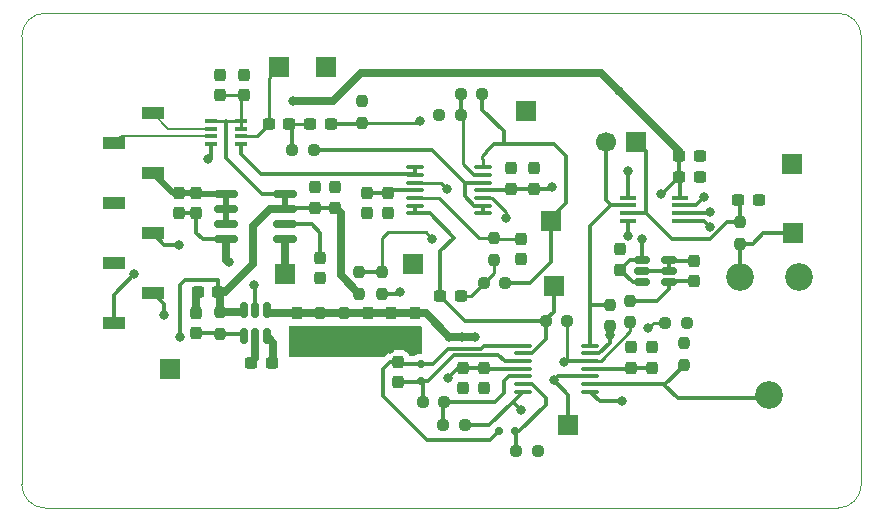
<source format=gbr>
%TF.GenerationSoftware,KiCad,Pcbnew,9.0.4*%
%TF.CreationDate,2025-12-09T22:31:03-05:00*%
%TF.ProjectId,EMG_BCI_PCB,454d475f-4243-4495-9f50-43422e6b6963,rev?*%
%TF.SameCoordinates,Original*%
%TF.FileFunction,Copper,L1,Top*%
%TF.FilePolarity,Positive*%
%FSLAX46Y46*%
G04 Gerber Fmt 4.6, Leading zero omitted, Abs format (unit mm)*
G04 Created by KiCad (PCBNEW 9.0.4) date 2025-12-09 22:31:03*
%MOMM*%
%LPD*%
G01*
G04 APERTURE LIST*
G04 Aperture macros list*
%AMRoundRect*
0 Rectangle with rounded corners*
0 $1 Rounding radius*
0 $2 $3 $4 $5 $6 $7 $8 $9 X,Y pos of 4 corners*
0 Add a 4 corners polygon primitive as box body*
4,1,4,$2,$3,$4,$5,$6,$7,$8,$9,$2,$3,0*
0 Add four circle primitives for the rounded corners*
1,1,$1+$1,$2,$3*
1,1,$1+$1,$4,$5*
1,1,$1+$1,$6,$7*
1,1,$1+$1,$8,$9*
0 Add four rect primitives between the rounded corners*
20,1,$1+$1,$2,$3,$4,$5,0*
20,1,$1+$1,$4,$5,$6,$7,0*
20,1,$1+$1,$6,$7,$8,$9,0*
20,1,$1+$1,$8,$9,$2,$3,0*%
G04 Aperture macros list end*
%TA.AperFunction,ComponentPad*%
%ADD10R,1.700000X1.700000*%
%TD*%
%TA.AperFunction,SMDPad,CuDef*%
%ADD11RoundRect,0.237500X-0.250000X-0.237500X0.250000X-0.237500X0.250000X0.237500X-0.250000X0.237500X0*%
%TD*%
%TA.AperFunction,SMDPad,CuDef*%
%ADD12RoundRect,0.100000X-0.637500X-0.100000X0.637500X-0.100000X0.637500X0.100000X-0.637500X0.100000X0*%
%TD*%
%TA.AperFunction,SMDPad,CuDef*%
%ADD13RoundRect,0.237500X0.237500X-0.300000X0.237500X0.300000X-0.237500X0.300000X-0.237500X-0.300000X0*%
%TD*%
%TA.AperFunction,SMDPad,CuDef*%
%ADD14RoundRect,0.237500X0.250000X0.237500X-0.250000X0.237500X-0.250000X-0.237500X0.250000X-0.237500X0*%
%TD*%
%TA.AperFunction,SMDPad,CuDef*%
%ADD15RoundRect,0.237500X-0.237500X0.300000X-0.237500X-0.300000X0.237500X-0.300000X0.237500X0.300000X0*%
%TD*%
%TA.AperFunction,SMDPad,CuDef*%
%ADD16RoundRect,0.237500X0.300000X0.237500X-0.300000X0.237500X-0.300000X-0.237500X0.300000X-0.237500X0*%
%TD*%
%TA.AperFunction,SMDPad,CuDef*%
%ADD17RoundRect,0.150000X-0.150000X-0.200000X0.150000X-0.200000X0.150000X0.200000X-0.150000X0.200000X0*%
%TD*%
%TA.AperFunction,SMDPad,CuDef*%
%ADD18RoundRect,0.237500X-0.237500X0.250000X-0.237500X-0.250000X0.237500X-0.250000X0.237500X0.250000X0*%
%TD*%
%TA.AperFunction,SMDPad,CuDef*%
%ADD19R,1.050000X0.450000*%
%TD*%
%TA.AperFunction,SMDPad,CuDef*%
%ADD20RoundRect,0.100000X0.637500X0.100000X-0.637500X0.100000X-0.637500X-0.100000X0.637500X-0.100000X0*%
%TD*%
%TA.AperFunction,SMDPad,CuDef*%
%ADD21RoundRect,0.150000X0.200000X-0.150000X0.200000X0.150000X-0.200000X0.150000X-0.200000X-0.150000X0*%
%TD*%
%TA.AperFunction,SMDPad,CuDef*%
%ADD22RoundRect,0.237500X0.237500X-0.250000X0.237500X0.250000X-0.237500X0.250000X-0.237500X-0.250000X0*%
%TD*%
%TA.AperFunction,SMDPad,CuDef*%
%ADD23RoundRect,0.237500X-0.300000X-0.237500X0.300000X-0.237500X0.300000X0.237500X-0.300000X0.237500X0*%
%TD*%
%TA.AperFunction,ComponentPad*%
%ADD24C,1.700000*%
%TD*%
%TA.AperFunction,SMDPad,CuDef*%
%ADD25R,1.900000X1.000000*%
%TD*%
%TA.AperFunction,SMDPad,CuDef*%
%ADD26RoundRect,0.150000X-0.150000X0.512500X-0.150000X-0.512500X0.150000X-0.512500X0.150000X0.512500X0*%
%TD*%
%TA.AperFunction,SMDPad,CuDef*%
%ADD27RoundRect,0.150000X0.512500X0.150000X-0.512500X0.150000X-0.512500X-0.150000X0.512500X-0.150000X0*%
%TD*%
%TA.AperFunction,ComponentPad*%
%ADD28C,2.340000*%
%TD*%
%TA.AperFunction,SMDPad,CuDef*%
%ADD29R,1.450000X0.450000*%
%TD*%
%TA.AperFunction,SMDPad,CuDef*%
%ADD30RoundRect,0.150000X-0.825000X-0.150000X0.825000X-0.150000X0.825000X0.150000X-0.825000X0.150000X0*%
%TD*%
%TA.AperFunction,ViaPad*%
%ADD31C,0.800000*%
%TD*%
%TA.AperFunction,Conductor*%
%ADD32C,0.300000*%
%TD*%
%TA.AperFunction,Conductor*%
%ADD33C,0.250000*%
%TD*%
%TA.AperFunction,Conductor*%
%ADD34C,0.700000*%
%TD*%
%TA.AperFunction,Conductor*%
%ADD35C,0.500000*%
%TD*%
%TA.AperFunction,Conductor*%
%ADD36C,0.200000*%
%TD*%
%TA.AperFunction,Profile*%
%ADD37C,0.100000*%
%TD*%
G04 APERTURE END LIST*
D10*
%TO.P,TP8,1,1*%
%TO.N,Earth*%
X123350000Y-101650000D03*
%TD*%
D11*
%TO.P,R7,1*%
%TO.N,Net-(U3D--)*%
X144687500Y-106600000D03*
%TO.P,R7,2*%
%TO.N,Earth*%
X146512500Y-106600000D03*
%TD*%
D12*
%TO.P,U3,1*%
%TO.N,Net-(D3-K)*%
X132637500Y-108550000D03*
%TO.P,U3,2,-*%
%TO.N,/EMG_FrontEnd/LP_OUT*%
X132637500Y-109200000D03*
%TO.P,U3,3,+*%
%TO.N,Net-(D3-A)*%
X132637500Y-109850000D03*
%TO.P,U3,4,V+*%
%TO.N,+3.3V*%
X132637500Y-110500000D03*
%TO.P,U3,5,+*%
%TO.N,Net-(U3B-+)*%
X132637500Y-111150000D03*
%TO.P,U3,6,-*%
%TO.N,Net-(D4-K)*%
X132637500Y-111800000D03*
%TO.P,U3,7*%
%TO.N,Net-(U3C-+)*%
X132637500Y-112450000D03*
%TO.P,U3,8*%
%TO.N,Net-(R17-Pad2)*%
X138362500Y-112450000D03*
%TO.P,U3,9,-*%
%TO.N,Net-(U3C--)*%
X138362500Y-111800000D03*
%TO.P,U3,10,+*%
%TO.N,Net-(U3C-+)*%
X138362500Y-111150000D03*
%TO.P,U3,11,V-*%
%TO.N,-3V3*%
X138362500Y-110500000D03*
%TO.P,U3,12,+*%
%TO.N,Net-(U3D-+)*%
X138362500Y-109850000D03*
%TO.P,U3,13,-*%
%TO.N,Net-(U3D--)*%
X138362500Y-109200000D03*
%TO.P,U3,14*%
%TO.N,/EMG_ADC/AdcCh0*%
X138362500Y-108550000D03*
%TD*%
D13*
%TO.P,C4,1*%
%TO.N,+3.3V*%
X115000000Y-96862500D03*
%TO.P,C4,2*%
%TO.N,Earth*%
X115000000Y-95137500D03*
%TD*%
D14*
%TO.P,R16,1*%
%TO.N,Net-(U3C-+)*%
X127718750Y-115306250D03*
%TO.P,R16,2*%
%TO.N,Net-(U3B-+)*%
X125893750Y-115306250D03*
%TD*%
D15*
%TO.P,C15,1*%
%TO.N,Earth*%
X131612500Y-93537500D03*
%TO.P,C15,2*%
%TO.N,+3.3V*%
X131612500Y-95262500D03*
%TD*%
D13*
%TO.P,C26,1*%
%TO.N,Net-(U7-EN)*%
X105000000Y-107500000D03*
%TO.P,C26,2*%
%TO.N,Earth*%
X105000000Y-105775000D03*
%TD*%
D16*
%TO.P,C29,1*%
%TO.N,+3.3V*%
X106862500Y-104000000D03*
%TO.P,C29,2*%
%TO.N,Earth*%
X105137500Y-104000000D03*
%TD*%
D17*
%TO.P,D4,1,K*%
%TO.N,Net-(D4-K)*%
X132006250Y-115806250D03*
%TO.P,D4,2,A*%
%TO.N,Net-(D3-K)*%
X130606250Y-115806250D03*
%TD*%
D10*
%TO.P,TP6,1,1*%
%TO.N,Net-(U5-PWRGD)*%
X112500000Y-102500000D03*
%TD*%
D15*
%TO.P,C30,1*%
%TO.N,-3V3*%
X113500000Y-105775000D03*
%TO.P,C30,2*%
%TO.N,Earth*%
X113500000Y-107500000D03*
%TD*%
D18*
%TO.P,R21,1*%
%TO.N,+3.3V*%
X107000000Y-105725000D03*
%TO.P,R21,2*%
%TO.N,Net-(U7-EN)*%
X107000000Y-107550000D03*
%TD*%
D19*
%TO.P,U1,1,GS*%
%TO.N,+3.3V*%
X106200000Y-89525000D03*
%TO.P,U1,2,IN-*%
%TO.N,/EMG_FrontEnd/Electrode-*%
X106200000Y-90175000D03*
%TO.P,U1,3,IN+*%
%TO.N,/EMG_FrontEnd/Electrode+*%
X106200000Y-90825000D03*
%TO.P,U1,4,Vs-*%
%TO.N,Earth*%
X106200000Y-91475000D03*
%TO.P,U1,5,Ref*%
%TO.N,Net-(U1-Ref)*%
X108800000Y-91475000D03*
%TO.P,U1,6*%
%TO.N,Net-(C9-Pad2)*%
X108800000Y-90825000D03*
%TO.P,U1,7,Vs+*%
%TO.N,+3.3V*%
X108800000Y-90175000D03*
%TO.P,U1,8,~{SD}*%
X108800000Y-89525000D03*
%TD*%
D20*
%TO.P,U2,1*%
%TO.N,Net-(U2A--)*%
X129225000Y-97350000D03*
%TO.P,U2,2,-*%
X129225000Y-96700000D03*
%TO.P,U2,3,+*%
%TO.N,Net-(U2A-+)*%
X129225000Y-96050000D03*
%TO.P,U2,4,V+*%
%TO.N,+3.3V*%
X129225000Y-95400000D03*
%TO.P,U2,5,+*%
%TO.N,Net-(U2A--)*%
X129225000Y-94750000D03*
%TO.P,U2,6,-*%
%TO.N,Net-(U2B--)*%
X129225000Y-94100000D03*
%TO.P,U2,7*%
%TO.N,Net-(R1-Pad2)*%
X129225000Y-93450000D03*
%TO.P,U2,8*%
%TO.N,Net-(U1-Ref)*%
X123500000Y-93450000D03*
%TO.P,U2,9,-*%
X123500000Y-94100000D03*
%TO.P,U2,10,+*%
%TO.N,Net-(U2C-+)*%
X123500000Y-94750000D03*
%TO.P,U2,11,V-*%
%TO.N,-3V3*%
X123500000Y-95400000D03*
%TO.P,U2,12,+*%
%TO.N,Net-(U2D-+)*%
X123500000Y-96050000D03*
%TO.P,U2,13,-*%
%TO.N,/EMG_FrontEnd/LP_OUT*%
X123500000Y-96700000D03*
%TO.P,U2,14*%
X123500000Y-97350000D03*
%TD*%
D14*
%TO.P,R11,1*%
%TO.N,Net-(U2A--)*%
X114912500Y-92000000D03*
%TO.P,R11,2*%
%TO.N,Net-(C10-Pad2)*%
X113087500Y-92000000D03*
%TD*%
D15*
%TO.P,C32,1*%
%TO.N,-3V3*%
X119500000Y-105831250D03*
%TO.P,C32,2*%
%TO.N,Earth*%
X119500000Y-107556250D03*
%TD*%
D14*
%TO.P,R4,1*%
%TO.N,Net-(U3D-+)*%
X136412500Y-106500000D03*
%TO.P,R4,2*%
%TO.N,/EMG_FrontEnd/LP_OUT*%
X134587500Y-106500000D03*
%TD*%
D21*
%TO.P,D3,1,K*%
%TO.N,Net-(D3-K)*%
X124056250Y-110106250D03*
%TO.P,D3,2,A*%
%TO.N,Net-(D3-A)*%
X124056250Y-111506250D03*
%TD*%
D10*
%TO.P,TP3,1,1*%
%TO.N,Net-(U3C-+)*%
X136500000Y-115250000D03*
%TD*%
D15*
%TO.P,C25,1*%
%TO.N,/Power/Vin+*%
X103500000Y-95637500D03*
%TO.P,C25,2*%
%TO.N,Earth*%
X103500000Y-97362500D03*
%TD*%
D10*
%TO.P,TP1,1,1*%
%TO.N,/EMG_FrontEnd/LP_OUT*%
X135250000Y-103500000D03*
%TD*%
D22*
%TO.P,R13,1*%
%TO.N,Net-(U3C--)*%
X146250000Y-110162500D03*
%TO.P,R13,2*%
%TO.N,Earth*%
X146250000Y-108337500D03*
%TD*%
D10*
%TO.P,TP2,1,1*%
%TO.N,Net-(R1-Pad2)*%
X135000000Y-98000000D03*
%TD*%
D18*
%TO.P,R17,1*%
%TO.N,/EMG_ADC/AdcCh1*%
X151000000Y-98087500D03*
%TO.P,R17,2*%
%TO.N,Net-(R17-Pad2)*%
X151000000Y-99912500D03*
%TD*%
D23*
%TO.P,C18,1*%
%TO.N,/EMG_ADC/AdcCh1*%
X150887500Y-96250000D03*
%TO.P,C18,2*%
%TO.N,Earth*%
X152612500Y-96250000D03*
%TD*%
D16*
%TO.P,C10,1*%
%TO.N,Net-(U2A-+)*%
X116362500Y-89800000D03*
%TO.P,C10,2*%
%TO.N,Net-(C10-Pad2)*%
X114637500Y-89800000D03*
%TD*%
D10*
%TO.P,J2,1,Pin_1*%
%TO.N,/EMG_ADC/AdcCh1*%
X142250000Y-91275000D03*
D24*
%TO.P,J2,2,Pin_2*%
%TO.N,/EMG_ADC/AdcCh0*%
X139710000Y-91275000D03*
%TD*%
D10*
%TO.P,TP10,1,1*%
%TO.N,Earth*%
X155400000Y-93200000D03*
%TD*%
D25*
%TO.P,J1,1,Pin_1*%
%TO.N,/EMG_FrontEnd/Electrode-*%
X101300000Y-88880000D03*
%TO.P,J1,2,Pin_2*%
%TO.N,/EMG_FrontEnd/Electrode+*%
X98000000Y-91420000D03*
%TO.P,J1,3,Pin_3*%
%TO.N,/Power/Vin+*%
X101300000Y-93960000D03*
%TO.P,J1,4,Pin_4*%
%TO.N,Earth*%
X98000000Y-96500000D03*
%TO.P,J1,5,Pin_5*%
%TO.N,/SPI_CLK*%
X101300000Y-99040000D03*
%TO.P,J1,6,Pin_6*%
%TO.N,/SPI_DIN*%
X98000000Y-101580000D03*
%TO.P,J1,7,Pin_7*%
%TO.N,/SPI_DOUT*%
X101300000Y-104120000D03*
%TO.P,J1,8,Pin_8*%
%TO.N,/SPI_CS*%
X98000000Y-106660000D03*
%TD*%
D15*
%TO.P,C2,1*%
%TO.N,Net-(U5-Cdelay)*%
X115500000Y-101137500D03*
%TO.P,C2,2*%
%TO.N,Earth*%
X115500000Y-102862500D03*
%TD*%
D11*
%TO.P,R1,1*%
%TO.N,Net-(U2B--)*%
X127387500Y-87250000D03*
%TO.P,R1,2*%
%TO.N,Net-(R1-Pad2)*%
X129212500Y-87250000D03*
%TD*%
D13*
%TO.P,C11,1*%
%TO.N,Earth*%
X132468750Y-101225000D03*
%TO.P,C11,2*%
%TO.N,Net-(U2D-+)*%
X132468750Y-99500000D03*
%TD*%
%TO.P,C16,1*%
%TO.N,Earth*%
X121218750Y-97362500D03*
%TO.P,C16,2*%
%TO.N,-3V3*%
X121218750Y-95637500D03*
%TD*%
D18*
%TO.P,R3,1*%
%TO.N,Net-(U2C-+)*%
X120750000Y-102337500D03*
%TO.P,R3,2*%
%TO.N,Earth*%
X120750000Y-104162500D03*
%TD*%
D13*
%TO.P,C22,1*%
%TO.N,-3V3*%
X143556250Y-110418750D03*
%TO.P,C22,2*%
%TO.N,Earth*%
X143556250Y-108693750D03*
%TD*%
D23*
%TO.P,C23,1*%
%TO.N,+3.3V*%
X145887500Y-94250000D03*
%TO.P,C23,2*%
%TO.N,Earth*%
X147612500Y-94250000D03*
%TD*%
D18*
%TO.P,R9,1*%
%TO.N,Net-(U2D-+)*%
X130218750Y-99450000D03*
%TO.P,R9,2*%
%TO.N,Net-(C12-Pad1)*%
X130218750Y-101275000D03*
%TD*%
D15*
%TO.P,C7,1*%
%TO.N,Earth*%
X147112500Y-101387500D03*
%TO.P,C7,2*%
%TO.N,Net-(U8-OUT)*%
X147112500Y-103112500D03*
%TD*%
D10*
%TO.P,TP9,1,1*%
%TO.N,Earth*%
X132900000Y-88700000D03*
%TD*%
%TO.P,TP4,1,1*%
%TO.N,Net-(R17-Pad2)*%
X155500000Y-99000000D03*
%TD*%
D18*
%TO.P,R24,1*%
%TO.N,-3V3*%
X115500000Y-105781250D03*
%TO.P,R24,2*%
%TO.N,Earth*%
X115500000Y-107606250D03*
%TD*%
D14*
%TO.P,R15,1*%
%TO.N,Earth*%
X133912500Y-117500000D03*
%TO.P,R15,2*%
%TO.N,Net-(D4-K)*%
X132087500Y-117500000D03*
%TD*%
D18*
%TO.P,R5,1*%
%TO.N,/EMG_ADC/AdcCh0*%
X140000000Y-105087500D03*
%TO.P,R5,2*%
%TO.N,Net-(U3D--)*%
X140000000Y-106912500D03*
%TD*%
D26*
%TO.P,U7,1,VOUT*%
%TO.N,-3V3*%
X110950000Y-105500000D03*
%TO.P,U7,2,GND*%
%TO.N,Earth*%
X110000000Y-105500000D03*
%TO.P,U7,3,VIN*%
%TO.N,+3.3V*%
X109050000Y-105500000D03*
%TO.P,U7,4,EN*%
%TO.N,Net-(U7-EN)*%
X109050000Y-107775000D03*
%TO.P,U7,5,C1+*%
%TO.N,Net-(U7-C1+)*%
X110000000Y-107775000D03*
%TO.P,U7,6,C1-*%
%TO.N,Net-(U7-C1-)*%
X110950000Y-107775000D03*
%TD*%
D15*
%TO.P,C6,1*%
%TO.N,Earth*%
X109000000Y-85637500D03*
%TO.P,C6,2*%
%TO.N,+3.3V*%
X109000000Y-87362500D03*
%TD*%
D14*
%TO.P,R14,1*%
%TO.N,Net-(U3B-+)*%
X125968750Y-113306250D03*
%TO.P,R14,2*%
%TO.N,Net-(D3-A)*%
X124143750Y-113306250D03*
%TD*%
D15*
%TO.P,C37,1*%
%TO.N,-3V3*%
X121500000Y-105831250D03*
%TO.P,C37,2*%
%TO.N,Earth*%
X121500000Y-107556250D03*
%TD*%
D27*
%TO.P,U8,1,OUT*%
%TO.N,Net-(U8-OUT)*%
X145000000Y-103200000D03*
%TO.P,U8,2,GND*%
%TO.N,Earth*%
X145000000Y-102250000D03*
%TO.P,U8,3,GND*%
X145000000Y-101300000D03*
%TO.P,U8,4,~{SHDN}*%
%TO.N,+3.3V*%
X142725000Y-101300000D03*
%TO.P,U8,5,GND*%
%TO.N,Earth*%
X142725000Y-102250000D03*
%TO.P,U8,6,VDD*%
%TO.N,+3.3V*%
X142725000Y-103200000D03*
%TD*%
D10*
%TO.P,TP5,1,1*%
%TO.N,Net-(C9-Pad2)*%
X112000000Y-85000000D03*
%TD*%
D15*
%TO.P,C21,1*%
%TO.N,+3.3V*%
X129306250Y-110443750D03*
%TO.P,C21,2*%
%TO.N,Earth*%
X129306250Y-112168750D03*
%TD*%
D10*
%TO.P,TP7,1,1*%
%TO.N,Earth*%
X116000000Y-85000000D03*
%TD*%
D15*
%TO.P,C8,1*%
%TO.N,Earth*%
X107000000Y-85637500D03*
%TO.P,C8,2*%
%TO.N,+3.3V*%
X107000000Y-87362500D03*
%TD*%
D16*
%TO.P,C9,1*%
%TO.N,Net-(C10-Pad2)*%
X112862500Y-89800000D03*
%TO.P,C9,2*%
%TO.N,Net-(C9-Pad2)*%
X111137500Y-89800000D03*
%TD*%
D23*
%TO.P,C24,1*%
%TO.N,+3.3V*%
X145887500Y-92500000D03*
%TO.P,C24,2*%
%TO.N,Earth*%
X147612500Y-92500000D03*
%TD*%
D14*
%TO.P,R12,1*%
%TO.N,Net-(U2B--)*%
X127381250Y-89000000D03*
%TO.P,R12,2*%
%TO.N,Earth*%
X125556250Y-89000000D03*
%TD*%
D15*
%TO.P,C36,1*%
%TO.N,-3V3*%
X123500000Y-105831250D03*
%TO.P,C36,2*%
%TO.N,Earth*%
X123500000Y-107556250D03*
%TD*%
%TO.P,C13,1*%
%TO.N,Earth*%
X133612500Y-93537500D03*
%TO.P,C13,2*%
%TO.N,+3.3V*%
X133612500Y-95262500D03*
%TD*%
%TO.P,C1,1*%
%TO.N,/Power/Vin+*%
X105000000Y-95637500D03*
%TO.P,C1,2*%
%TO.N,Earth*%
X105000000Y-97362500D03*
%TD*%
D13*
%TO.P,C17,1*%
%TO.N,Net-(D3-A)*%
X122056250Y-111668750D03*
%TO.P,C17,2*%
%TO.N,Net-(D3-K)*%
X122056250Y-109943750D03*
%TD*%
D28*
%TO.P,RV1,1,1*%
%TO.N,Net-(R17-Pad2)*%
X151000000Y-102750000D03*
%TO.P,RV1,2,2*%
%TO.N,Net-(U3C--)*%
X153500000Y-112750000D03*
%TO.P,RV1,3,3*%
%TO.N,unconnected-(RV1-Pad3)*%
X156000000Y-102750000D03*
%TD*%
D11*
%TO.P,R8,1*%
%TO.N,Net-(C12-Pad1)*%
X129337500Y-103250000D03*
%TO.P,R8,2*%
%TO.N,Net-(R1-Pad2)*%
X131162500Y-103250000D03*
%TD*%
D10*
%TO.P,TP11,1,1*%
%TO.N,Earth*%
X102750000Y-110500000D03*
%TD*%
D18*
%TO.P,R25,1*%
%TO.N,-3V3*%
X117500000Y-105781250D03*
%TO.P,R25,2*%
%TO.N,Earth*%
X117500000Y-107606250D03*
%TD*%
D29*
%TO.P,U9,1,~{CS}/SHDN*%
%TO.N,/SPI_CS*%
X141550000Y-96025000D03*
%TO.P,U9,2,CH0*%
%TO.N,/EMG_ADC/AdcCh0*%
X141550000Y-96675000D03*
%TO.P,U9,3,CH1*%
%TO.N,/EMG_ADC/AdcCh1*%
X141550000Y-97325000D03*
%TO.P,U9,4,VSS*%
%TO.N,Earth*%
X141550000Y-97975000D03*
%TO.P,U9,5,DIN*%
%TO.N,/SPI_DIN*%
X145950000Y-97975000D03*
%TO.P,U9,6,DOUT*%
%TO.N,/SPI_DOUT*%
X145950000Y-97325000D03*
%TO.P,U9,7,CLK*%
%TO.N,/SPI_CLK*%
X145950000Y-96675000D03*
%TO.P,U9,8,VDD/VREF*%
%TO.N,+3.3V*%
X145950000Y-96025000D03*
%TD*%
D13*
%TO.P,C20,1*%
%TO.N,-3V3*%
X141806250Y-110418750D03*
%TO.P,C20,2*%
%TO.N,Earth*%
X141806250Y-108693750D03*
%TD*%
D22*
%TO.P,R2,1*%
%TO.N,+3.3V*%
X118750000Y-104162500D03*
%TO.P,R2,2*%
%TO.N,Net-(U2C-+)*%
X118750000Y-102337500D03*
%TD*%
D15*
%TO.P,C5,1*%
%TO.N,Earth*%
X140862500Y-100387500D03*
%TO.P,C5,2*%
%TO.N,+3.3V*%
X140862500Y-102112500D03*
%TD*%
D30*
%TO.P,U5,1,Vin*%
%TO.N,/Power/Vin+*%
X107525000Y-95730000D03*
%TO.P,U5,2,Vin*%
X107525000Y-97000000D03*
%TO.P,U5,3,~{SHDN}*%
X107525000Y-98270000D03*
%TO.P,U5,4,GND*%
%TO.N,Earth*%
X107525000Y-99540000D03*
%TO.P,U5,5,PWRGD*%
%TO.N,Net-(U5-PWRGD)*%
X112475000Y-99540000D03*
%TO.P,U5,6,Cdelay*%
%TO.N,Net-(U5-Cdelay)*%
X112475000Y-98270000D03*
%TO.P,U5,7,Sense*%
%TO.N,+3.3V*%
X112475000Y-97000000D03*
%TO.P,U5,8,Vout*%
X112475000Y-95730000D03*
%TD*%
D15*
%TO.P,C19,1*%
%TO.N,+3.3V*%
X127556250Y-110443750D03*
%TO.P,C19,2*%
%TO.N,Earth*%
X127556250Y-112168750D03*
%TD*%
D13*
%TO.P,C3,1*%
%TO.N,+3.3V*%
X116750000Y-96862500D03*
%TO.P,C3,2*%
%TO.N,Earth*%
X116750000Y-95137500D03*
%TD*%
D22*
%TO.P,R10,1*%
%TO.N,Net-(U2A-+)*%
X119000000Y-89662500D03*
%TO.P,R10,2*%
%TO.N,Earth*%
X119000000Y-87837500D03*
%TD*%
D13*
%TO.P,C14,1*%
%TO.N,Earth*%
X119468750Y-97362500D03*
%TO.P,C14,2*%
%TO.N,-3V3*%
X119468750Y-95637500D03*
%TD*%
D16*
%TO.P,C12,1*%
%TO.N,Net-(C12-Pad1)*%
X127362500Y-104350000D03*
%TO.P,C12,2*%
%TO.N,/EMG_FrontEnd/LP_OUT*%
X125637500Y-104350000D03*
%TD*%
D22*
%TO.P,R6,1*%
%TO.N,Net-(U3D-+)*%
X141700000Y-106562500D03*
%TO.P,R6,2*%
%TO.N,Net-(U8-OUT)*%
X141700000Y-104737500D03*
%TD*%
D23*
%TO.P,C27,1*%
%TO.N,Net-(U7-C1+)*%
X109637500Y-110000000D03*
%TO.P,C27,2*%
%TO.N,Net-(U7-C1-)*%
X111362500Y-110000000D03*
%TD*%
D31*
%TO.N,Net-(U3D--)*%
X143200000Y-107100000D03*
X140000000Y-107650000D03*
%TO.N,Earth*%
X146512500Y-106600000D03*
X133912500Y-117500000D03*
X109900000Y-103400000D03*
X123600000Y-108800000D03*
X121218750Y-97362500D03*
X107750000Y-101500000D03*
X147612500Y-94250000D03*
X141500000Y-99250000D03*
X113500000Y-108800000D03*
%TO.N,Net-(U3D-+)*%
X136100000Y-109900000D03*
%TO.N,Earth*%
X131612500Y-93537500D03*
X147612500Y-92500000D03*
X115000000Y-95137500D03*
X127556250Y-112168750D03*
X125556250Y-89000000D03*
X141806250Y-108693750D03*
X140862500Y-100387500D03*
X115500000Y-108800000D03*
X133612500Y-93537500D03*
X129306250Y-112168750D03*
X107000000Y-85637500D03*
X109000000Y-85637500D03*
X106000000Y-92750000D03*
X122200000Y-104000000D03*
X105137500Y-104000000D03*
X119468750Y-97362500D03*
X143556250Y-108693750D03*
X132500000Y-101200000D03*
X121400000Y-108800000D03*
X119000000Y-87837500D03*
X98000000Y-96500000D03*
X116750000Y-95137500D03*
X119500000Y-108800000D03*
X152612500Y-96250000D03*
X117500000Y-108800000D03*
X115500000Y-102862500D03*
X146250000Y-108337500D03*
X147112500Y-101387500D03*
%TO.N,+3.3V*%
X135100000Y-95100000D03*
X103600000Y-107800000D03*
X142700000Y-99500000D03*
X126300000Y-111300000D03*
X140738500Y-86961500D03*
X113200000Y-87800000D03*
X109000000Y-87362500D03*
X144300000Y-95700000D03*
%TO.N,Net-(U2A-+)*%
X131218750Y-97750000D03*
X123968750Y-89500000D03*
%TO.N,-3V3*%
X128600000Y-107800000D03*
X141800000Y-110400000D03*
X143600000Y-110400000D03*
X127500000Y-107800000D03*
X121218750Y-95637500D03*
X126400000Y-107800000D03*
%TO.N,/SPI_CLK*%
X103500000Y-100000000D03*
X148000000Y-96000000D03*
%TO.N,/SPI_CS*%
X141500000Y-93800000D03*
X99750000Y-102500000D03*
%TO.N,/SPI_DOUT*%
X102250000Y-106000000D03*
X148500000Y-97250000D03*
%TO.N,/SPI_DIN*%
X148469669Y-98469669D03*
X98000000Y-101580000D03*
%TO.N,Net-(U2C-+)*%
X124968750Y-99500000D03*
X126218750Y-95250000D03*
%TO.N,Net-(U3C-+)*%
X132500000Y-114000000D03*
X135250000Y-111500000D03*
%TO.N,Net-(R17-Pad2)*%
X141000000Y-113250000D03*
%TD*%
D32*
%TO.N,/SPI_CS*%
X141500000Y-93800000D02*
X141500000Y-94750000D01*
X141550000Y-94800000D02*
X141550000Y-96025000D01*
X141500000Y-94750000D02*
X141550000Y-94800000D01*
D33*
%TO.N,Net-(C12-Pad1)*%
X128237500Y-104350000D02*
X129337500Y-103250000D01*
X127362500Y-104350000D02*
X128237500Y-104350000D01*
%TO.N,Net-(U2C-+)*%
X121200000Y-98950000D02*
X120750000Y-99400000D01*
X120750000Y-99400000D02*
X120750000Y-102337500D01*
X124418750Y-98950000D02*
X121200000Y-98950000D01*
X124968750Y-99500000D02*
X124418750Y-98950000D01*
%TO.N,Net-(U3D--)*%
X143700000Y-106600000D02*
X143200000Y-107100000D01*
X144687500Y-106600000D02*
X143700000Y-106600000D01*
D32*
X140000000Y-107650000D02*
X140000000Y-108299999D01*
%TO.N,Net-(U8-OUT)*%
X145000000Y-103750000D02*
X144012500Y-104737500D01*
X144012500Y-104737500D02*
X141700000Y-104737500D01*
X145000000Y-103200000D02*
X145000000Y-103750000D01*
D33*
%TO.N,Net-(U3D-+)*%
X139250000Y-109850000D02*
X138362500Y-109850000D01*
X141750000Y-107350000D02*
X139250000Y-109850000D01*
X141750000Y-106912500D02*
X141750000Y-107350000D01*
D32*
%TO.N,Net-(U3D--)*%
X140000000Y-108299999D02*
X139099999Y-109200000D01*
X140000000Y-106912500D02*
X140000000Y-107650000D01*
D33*
%TO.N,Net-(U3D-+)*%
X136412500Y-109587500D02*
X136100000Y-109900000D01*
X136412500Y-106500000D02*
X136412500Y-109587500D01*
D32*
%TO.N,Earth*%
X132475000Y-101225000D02*
X132500000Y-101200000D01*
X106200000Y-92550000D02*
X106000000Y-92750000D01*
X132468750Y-101225000D02*
X132475000Y-101225000D01*
X145087500Y-101387500D02*
X145000000Y-101300000D01*
D34*
X105000000Y-104137500D02*
X105137500Y-104000000D01*
D32*
X106200000Y-91475000D02*
X106200000Y-92550000D01*
X141500000Y-98025000D02*
X141550000Y-97975000D01*
X145000000Y-102250000D02*
X145000000Y-101300000D01*
X142725000Y-102250000D02*
X145000000Y-102250000D01*
D34*
X107525000Y-101275000D02*
X107750000Y-101500000D01*
D32*
%TO.N,Net-(U3D-+)*%
X138362500Y-109850000D02*
X136150000Y-109850000D01*
%TO.N,Earth*%
X105000000Y-97362500D02*
X103500000Y-97362500D01*
X110000000Y-105500000D02*
X110000000Y-103500000D01*
%TO.N,Net-(U3D-+)*%
X136150000Y-109850000D02*
X136100000Y-109900000D01*
%TO.N,Earth*%
X141500000Y-99250000D02*
X141500000Y-98025000D01*
D34*
X107525000Y-99540000D02*
X107525000Y-101275000D01*
D32*
X122037500Y-104162500D02*
X122200000Y-104000000D01*
X107525000Y-99540000D02*
X105540000Y-99540000D01*
X147112500Y-101387500D02*
X145087500Y-101387500D01*
X120750000Y-104162500D02*
X122037500Y-104162500D01*
X110000000Y-103500000D02*
X109900000Y-103400000D01*
X105540000Y-99540000D02*
X105000000Y-99000000D01*
X105000000Y-99000000D02*
X105000000Y-97362500D01*
D34*
X105000000Y-105775000D02*
X105000000Y-104137500D01*
D32*
%TO.N,Net-(U5-Cdelay)*%
X115500000Y-101137500D02*
X115500000Y-99000000D01*
X115500000Y-99000000D02*
X114750000Y-98250000D01*
X114750000Y-98250000D02*
X114730000Y-98270000D01*
X114730000Y-98270000D02*
X112475000Y-98270000D01*
D35*
%TO.N,+3.3V*%
X112475000Y-97000000D02*
X112475000Y-95730000D01*
D32*
X115000000Y-96862500D02*
X112612500Y-96862500D01*
X133612500Y-95262500D02*
X134937500Y-95262500D01*
X110530000Y-95730000D02*
X107500000Y-92700000D01*
X134937500Y-95262500D02*
X135100000Y-95100000D01*
D34*
X108825000Y-105725000D02*
X109050000Y-105500000D01*
X107400000Y-104000000D02*
X106862500Y-104000000D01*
D32*
X142725000Y-99525000D02*
X142700000Y-99500000D01*
X103600000Y-103400000D02*
X104000000Y-103000000D01*
X132637500Y-110500000D02*
X129362500Y-110500000D01*
D33*
X107500000Y-89525000D02*
X108800000Y-89525000D01*
D32*
X112612500Y-96862500D02*
X112475000Y-97000000D01*
X140862500Y-102112500D02*
X141950000Y-103200000D01*
D34*
X112475000Y-97000000D02*
X111200000Y-97000000D01*
D32*
X144300000Y-95700000D02*
X144437500Y-95700000D01*
D34*
X109800000Y-98400000D02*
X109800000Y-101600000D01*
X116750000Y-96862500D02*
X117200000Y-97312500D01*
X119800000Y-85500000D02*
X118900000Y-85500000D01*
X107000000Y-105725000D02*
X108825000Y-105725000D01*
D32*
X141675000Y-101300000D02*
X140862500Y-102112500D01*
X141950000Y-103200000D02*
X142725000Y-103200000D01*
D34*
X111200000Y-97000000D02*
X109800000Y-98400000D01*
D33*
X108800000Y-87562500D02*
X109000000Y-87362500D01*
D32*
X142725000Y-101300000D02*
X142725000Y-99525000D01*
D33*
X108800000Y-90175000D02*
X108800000Y-89525000D01*
D34*
X145887500Y-92500000D02*
X145887500Y-92110500D01*
D32*
X145950000Y-96025000D02*
X145950000Y-94312500D01*
X104000000Y-103000000D02*
X106825000Y-103000000D01*
D34*
X107000000Y-104137500D02*
X106862500Y-104000000D01*
D32*
X106825000Y-103000000D02*
X106862500Y-103037500D01*
X145950000Y-94312500D02*
X145887500Y-94250000D01*
D33*
X106200000Y-89525000D02*
X107500000Y-89525000D01*
D34*
X117200000Y-97312500D02*
X117200000Y-102612500D01*
D32*
X116750000Y-96862500D02*
X115000000Y-96862500D01*
X131612500Y-95262500D02*
X133612500Y-95262500D01*
D33*
X109000000Y-87362500D02*
X107000000Y-87362500D01*
D34*
X116600000Y-87800000D02*
X113200000Y-87800000D01*
X145887500Y-92110500D02*
X140738500Y-86961500D01*
D32*
X129225000Y-95400000D02*
X131475000Y-95400000D01*
X145887500Y-94250000D02*
X145887500Y-92500000D01*
D34*
X107000000Y-105725000D02*
X107000000Y-104137500D01*
X109800000Y-101600000D02*
X107400000Y-104000000D01*
D32*
X129362500Y-110500000D02*
X129306250Y-110443750D01*
X106862500Y-103037500D02*
X106862500Y-104000000D01*
X131475000Y-95400000D02*
X131612500Y-95262500D01*
X127156250Y-110443750D02*
X126300000Y-111300000D01*
X142725000Y-101300000D02*
X141675000Y-101300000D01*
D34*
X117200000Y-102612500D02*
X118750000Y-104162500D01*
X139277000Y-85500000D02*
X119800000Y-85500000D01*
D32*
X107500000Y-92700000D02*
X107500000Y-89525000D01*
D34*
X118900000Y-85500000D02*
X116600000Y-87800000D01*
D32*
X103600000Y-107800000D02*
X103600000Y-103400000D01*
X144437500Y-95700000D02*
X145887500Y-94250000D01*
X129306250Y-110443750D02*
X127556250Y-110443750D01*
D33*
X108800000Y-89525000D02*
X108800000Y-87562500D01*
D32*
X112475000Y-95730000D02*
X110530000Y-95730000D01*
D34*
X140738500Y-86961500D02*
X139277000Y-85500000D01*
D32*
X127556250Y-110443750D02*
X127156250Y-110443750D01*
%TO.N,Net-(C10-Pad2)*%
X113087500Y-90025000D02*
X112862500Y-89800000D01*
X113087500Y-92000000D02*
X113087500Y-90025000D01*
D33*
X114637500Y-89800000D02*
X112862500Y-89800000D01*
%TO.N,Net-(C9-Pad2)*%
X110112500Y-90825000D02*
X111137500Y-89800000D01*
X108800000Y-90825000D02*
X110112500Y-90825000D01*
X111137500Y-89800000D02*
X111137500Y-85862500D01*
X111137500Y-85862500D02*
X112000000Y-85000000D01*
D32*
%TO.N,Net-(U8-OUT)*%
X147112500Y-103112500D02*
X145087500Y-103112500D01*
X145087500Y-103112500D02*
X145000000Y-103200000D01*
D33*
%TO.N,Net-(U2A-+)*%
X131218750Y-97250000D02*
X131218750Y-97750000D01*
X129225000Y-96050000D02*
X130018750Y-96050000D01*
D32*
X116362500Y-89800000D02*
X118862500Y-89800000D01*
D33*
X123806250Y-89662500D02*
X119000000Y-89662500D01*
X130018750Y-96050000D02*
X131218750Y-97250000D01*
X123968750Y-89500000D02*
X123806250Y-89662500D01*
X123968750Y-89500000D02*
X123892750Y-89424000D01*
D32*
X118862500Y-89800000D02*
X119000000Y-89662500D01*
D33*
%TO.N,Net-(U2D-+)*%
X125518750Y-96050000D02*
X128918750Y-99450000D01*
X125518750Y-96050000D02*
X123500000Y-96050000D01*
X130268750Y-99500000D02*
X130218750Y-99450000D01*
X128918750Y-99450000D02*
X130218750Y-99450000D01*
X132468750Y-99500000D02*
X130268750Y-99500000D01*
%TO.N,Net-(C12-Pad1)*%
X130331250Y-101387500D02*
X130218750Y-101275000D01*
X130218750Y-102368750D02*
X129337500Y-103250000D01*
X130218750Y-101275000D02*
X130218750Y-102368750D01*
D32*
%TO.N,/EMG_FrontEnd/LP_OUT*%
X134587500Y-106500000D02*
X127750000Y-106500000D01*
X125637500Y-100562500D02*
X126800000Y-99400000D01*
X134587500Y-106500000D02*
X134587500Y-106337500D01*
X133374999Y-109200000D02*
X132637500Y-109200000D01*
X134587500Y-106500000D02*
X134587500Y-107987499D01*
X134587500Y-107987499D02*
X133374999Y-109200000D01*
X134587500Y-106337500D02*
X135250000Y-105675000D01*
X125637500Y-104387500D02*
X125637500Y-103250000D01*
X127750000Y-106500000D02*
X125637500Y-104387500D01*
X125637500Y-103250000D02*
X125637500Y-100562500D01*
X135250000Y-105675000D02*
X135250000Y-103500000D01*
X124750000Y-97350000D02*
X123500000Y-97350000D01*
X123500000Y-96700000D02*
X123500000Y-97350000D01*
X126800000Y-99400000D02*
X124750000Y-97350000D01*
%TO.N,-3V3*%
X141725000Y-110500000D02*
X141806250Y-110418750D01*
X121218750Y-95637500D02*
X119468750Y-95637500D01*
D34*
X127500000Y-107800000D02*
X128600000Y-107800000D01*
D32*
X138362500Y-110500000D02*
X141725000Y-110500000D01*
D34*
X111225000Y-105775000D02*
X110950000Y-105500000D01*
D32*
X121456250Y-95400000D02*
X121218750Y-95637500D01*
D34*
X124431250Y-105831250D02*
X126400000Y-107800000D01*
X123500000Y-105831250D02*
X113556250Y-105831250D01*
D32*
X123500000Y-95400000D02*
X121456250Y-95400000D01*
D34*
X123500000Y-105831250D02*
X124431250Y-105831250D01*
X113500000Y-105775000D02*
X111225000Y-105775000D01*
X113556250Y-105831250D02*
X113500000Y-105775000D01*
D32*
X141806250Y-110418750D02*
X143556250Y-110418750D01*
D34*
X126400000Y-107800000D02*
X127500000Y-107800000D01*
D32*
%TO.N,Net-(D3-A)*%
X123893750Y-111668750D02*
X124056250Y-111506250D01*
X124143750Y-111593750D02*
X124056250Y-111506250D01*
X132637500Y-109850000D02*
X131100000Y-109850000D01*
X122056250Y-111668750D02*
X123893750Y-111668750D01*
X126806250Y-109306250D02*
X124606250Y-111506250D01*
X130556250Y-109306250D02*
X126806250Y-109306250D01*
X124143750Y-113306250D02*
X124143750Y-111593750D01*
X131100000Y-109850000D02*
X130556250Y-109306250D01*
X124606250Y-111506250D02*
X124056250Y-111506250D01*
D35*
%TO.N,/Power/Vin+*%
X107525000Y-95730000D02*
X105092500Y-95730000D01*
X107525000Y-98270000D02*
X107525000Y-97000000D01*
X102977500Y-95637500D02*
X101300000Y-93960000D01*
X105000000Y-95637500D02*
X103500000Y-95637500D01*
X105092500Y-95730000D02*
X105000000Y-95637500D01*
X107525000Y-97000000D02*
X107525000Y-95730000D01*
X103500000Y-95637500D02*
X102977500Y-95637500D01*
D32*
%TO.N,Net-(D3-K)*%
X121418750Y-109943750D02*
X122056250Y-109943750D01*
X130606250Y-115806250D02*
X129856250Y-116556250D01*
X129312500Y-108550000D02*
X129056250Y-108806250D01*
X120806250Y-110556250D02*
X121418750Y-109943750D01*
X126306250Y-108806250D02*
X125006250Y-110106250D01*
X120806250Y-112806250D02*
X120806250Y-110556250D01*
X132637500Y-108550000D02*
X129312500Y-108550000D01*
X129056250Y-108806250D02*
X126306250Y-108806250D01*
X122218750Y-110106250D02*
X122056250Y-109943750D01*
X124556250Y-116556250D02*
X120806250Y-112806250D01*
X124056250Y-110106250D02*
X122218750Y-110106250D01*
X129856250Y-116556250D02*
X124556250Y-116556250D01*
X125006250Y-110106250D02*
X124056250Y-110106250D01*
%TO.N,/EMG_ADC/AdcCh1*%
X151000000Y-98087500D02*
X151000000Y-96362500D01*
X148500000Y-99500000D02*
X145250000Y-99500000D01*
X145250000Y-99500000D02*
X143075000Y-97325000D01*
X149912500Y-98087500D02*
X148500000Y-99500000D01*
X151000000Y-96362500D02*
X150887500Y-96250000D01*
X143075000Y-97325000D02*
X141550000Y-97325000D01*
X143075000Y-97325000D02*
X143075000Y-92100000D01*
X151000000Y-98087500D02*
X149912500Y-98087500D01*
X143075000Y-92100000D02*
X142250000Y-91275000D01*
%TO.N,Net-(U7-EN)*%
X105000000Y-107500000D02*
X106950000Y-107500000D01*
X107000000Y-107550000D02*
X108825000Y-107550000D01*
X108825000Y-107550000D02*
X109050000Y-107775000D01*
X106950000Y-107500000D02*
X107000000Y-107550000D01*
D34*
%TO.N,Net-(U7-C1+)*%
X110000000Y-109637500D02*
X110000000Y-107775000D01*
X109637500Y-110000000D02*
X110000000Y-109637500D01*
%TO.N,Net-(U7-C1-)*%
X111500000Y-109862500D02*
X111362500Y-110000000D01*
X110950000Y-107775000D02*
X111500000Y-108325000D01*
X111500000Y-108325000D02*
X111500000Y-109862500D01*
D32*
%TO.N,Net-(D4-K)*%
X132087500Y-115887500D02*
X132006250Y-115806250D01*
X134556250Y-113556250D02*
X132306249Y-115806250D01*
X132637500Y-111800000D02*
X133374999Y-111800000D01*
X133374999Y-111800000D02*
X134556250Y-112981251D01*
X132087500Y-117500000D02*
X132087500Y-115887500D01*
X132306249Y-115806250D02*
X132006250Y-115806250D01*
X134556250Y-112981251D02*
X134556250Y-113556250D01*
%TO.N,/SPI_CLK*%
X145950000Y-96675000D02*
X147325000Y-96675000D01*
X147325000Y-96675000D02*
X148000000Y-96000000D01*
X102260000Y-100000000D02*
X101300000Y-99040000D01*
X103500000Y-100000000D02*
X102260000Y-100000000D01*
%TO.N,/SPI_CS*%
X99750000Y-102500000D02*
X98000000Y-104250000D01*
X98000000Y-104250000D02*
X98000000Y-106660000D01*
%TO.N,/SPI_DOUT*%
X148425000Y-97325000D02*
X148500000Y-97250000D01*
X145950000Y-97325000D02*
X148425000Y-97325000D01*
X102250000Y-105070000D02*
X101300000Y-104120000D01*
X102250000Y-106000000D02*
X102250000Y-105070000D01*
D36*
%TO.N,/EMG_FrontEnd/Electrode-*%
X102595000Y-90175000D02*
X106200000Y-90175000D01*
X101300000Y-88880000D02*
X102595000Y-90175000D01*
%TO.N,/EMG_FrontEnd/Electrode+*%
X98000000Y-91420000D02*
X98595000Y-90825000D01*
X98595000Y-90825000D02*
X106200000Y-90825000D01*
D32*
%TO.N,/SPI_DIN*%
X147975000Y-97975000D02*
X148469669Y-98469669D01*
X145950000Y-97975000D02*
X147975000Y-97975000D01*
%TO.N,/EMG_ADC/AdcCh0*%
X138362500Y-98428980D02*
X138362500Y-105000000D01*
X138362500Y-105000000D02*
X138362500Y-108550000D01*
X141550000Y-96675000D02*
X140116480Y-96675000D01*
X140116480Y-96616480D02*
X139710000Y-96210000D01*
X140000000Y-105087500D02*
X138450000Y-105087500D01*
X139710000Y-96210000D02*
X139710000Y-91275000D01*
X140116480Y-96675000D02*
X138362500Y-98428980D01*
X140116480Y-96675000D02*
X140116480Y-96616480D01*
X138450000Y-105087500D02*
X138362500Y-105000000D01*
D33*
%TO.N,Net-(U2B--)*%
X129225000Y-94100000D02*
X128487501Y-94100000D01*
X127556250Y-93168749D02*
X127556250Y-89000000D01*
X128487501Y-94100000D02*
X127556250Y-93168749D01*
D32*
X127381250Y-87256250D02*
X127387500Y-87250000D01*
X127381250Y-89000000D02*
X127381250Y-87256250D01*
%TO.N,Net-(R1-Pad2)*%
X129212500Y-88612500D02*
X129212500Y-87250000D01*
X131162500Y-103250000D02*
X133250000Y-103250000D01*
D33*
X129218750Y-92750000D02*
X129225000Y-92756250D01*
D32*
X136250000Y-96500000D02*
X136250000Y-92500000D01*
D33*
X129218750Y-92500000D02*
X129218750Y-92750000D01*
X129225000Y-92756250D02*
X129225000Y-93450000D01*
D32*
X131000000Y-91500000D02*
X130218750Y-91500000D01*
D33*
X129609375Y-92109375D02*
X129218750Y-92500000D01*
D32*
X130218750Y-91500000D02*
X129609375Y-92109375D01*
X135000000Y-98000000D02*
X135000000Y-97750000D01*
X131000000Y-91500000D02*
X131000000Y-90400000D01*
X131000000Y-90400000D02*
X129212500Y-88612500D01*
X135000000Y-97750000D02*
X136250000Y-96500000D01*
X135250000Y-91500000D02*
X131000000Y-91500000D01*
X135000000Y-101500000D02*
X135000000Y-98000000D01*
X136250000Y-92500000D02*
X135250000Y-91500000D01*
X133250000Y-103250000D02*
X135000000Y-101500000D01*
%TO.N,Net-(U2C-+)*%
X118750000Y-102337500D02*
X120750000Y-102337500D01*
D33*
X125718750Y-94750000D02*
X126218750Y-95250000D01*
X123500000Y-94750000D02*
X125718750Y-94750000D01*
D32*
%TO.N,Net-(U3D--)*%
X139099999Y-109200000D02*
X138362500Y-109200000D01*
%TO.N,Net-(U2A--)*%
X127712500Y-95915582D02*
X127712500Y-94750000D01*
X127712500Y-94750000D02*
X124962500Y-92000000D01*
X129225000Y-96700000D02*
X129225000Y-97350000D01*
X128496918Y-96700000D02*
X127712500Y-95915582D01*
X127712500Y-94750000D02*
X129225000Y-94750000D01*
X129225000Y-96700000D02*
X128496918Y-96700000D01*
X124962500Y-92000000D02*
X114912500Y-92000000D01*
%TO.N,Net-(U3C--)*%
X146250000Y-110162500D02*
X146250000Y-110250000D01*
X144550000Y-111800000D02*
X143000000Y-111800000D01*
X143000000Y-111800000D02*
X138362500Y-111800000D01*
X153500000Y-112750000D02*
X153250000Y-113000000D01*
X144625000Y-111875000D02*
X144550000Y-111800000D01*
X145750000Y-113000000D02*
X144625000Y-111875000D01*
X146250000Y-110250000D02*
X144625000Y-111875000D01*
X153250000Y-113000000D02*
X145750000Y-113000000D01*
%TO.N,Net-(U3B-+)*%
X131056250Y-111556250D02*
X131462500Y-111150000D01*
X125968750Y-113306250D02*
X130306250Y-113306250D01*
X131056250Y-112556250D02*
X131056250Y-111556250D01*
X125893750Y-115306250D02*
X125893750Y-113381250D01*
X130306250Y-113306250D02*
X131056250Y-112556250D01*
X131462500Y-111150000D02*
X132637500Y-111150000D01*
X125893750Y-113381250D02*
X125968750Y-113306250D01*
%TO.N,Net-(U3C-+)*%
X138362500Y-111150000D02*
X135600000Y-111150000D01*
X132500000Y-114000000D02*
X131793750Y-113293750D01*
X131793750Y-113293750D02*
X132637500Y-112450000D01*
X127718750Y-115306250D02*
X129781250Y-115306250D01*
X129781250Y-115306250D02*
X131793750Y-113293750D01*
X136500000Y-115250000D02*
X136500000Y-112750000D01*
X135600000Y-111150000D02*
X135250000Y-111500000D01*
X136500000Y-112750000D02*
X135250000Y-111500000D01*
D34*
%TO.N,Net-(U5-PWRGD)*%
X112500000Y-99565000D02*
X112475000Y-99540000D01*
X112500000Y-102500000D02*
X112500000Y-99565000D01*
D32*
%TO.N,Net-(U1-Ref)*%
X123400000Y-94000000D02*
X110500000Y-94000000D01*
X108800000Y-92300000D02*
X108800000Y-91475000D01*
X123500000Y-94100000D02*
X123500000Y-93450000D01*
X110500000Y-94000000D02*
X108800000Y-92300000D01*
X123500000Y-94100000D02*
X123400000Y-94000000D01*
%TO.N,Net-(R17-Pad2)*%
X151000000Y-102750000D02*
X151000000Y-99912500D01*
X139162500Y-113250000D02*
X138362500Y-112450000D01*
X155500000Y-99000000D02*
X153000000Y-99000000D01*
X141000000Y-113250000D02*
X139162500Y-113250000D01*
X153000000Y-99000000D02*
X152087500Y-99912500D01*
X152087500Y-99912500D02*
X151000000Y-99912500D01*
%TD*%
%TA.AperFunction,Conductor*%
%TO.N,Earth*%
G36*
X124043039Y-106919685D02*
G01*
X124088794Y-106972489D01*
X124100000Y-107024000D01*
X124100000Y-109173750D01*
X124080315Y-109240789D01*
X124027511Y-109286544D01*
X123976000Y-109297750D01*
X123789742Y-109297750D01*
X123752420Y-109300687D01*
X123752414Y-109300688D01*
X123592653Y-109347103D01*
X123592648Y-109347105D01*
X123451666Y-109430482D01*
X123388545Y-109447750D01*
X123104234Y-109447750D01*
X123037195Y-109428065D01*
X122991440Y-109375261D01*
X122986528Y-109362753D01*
X122974459Y-109326330D01*
X122974455Y-109326324D01*
X122974454Y-109326321D01*
X122882910Y-109177907D01*
X122882907Y-109177903D01*
X122759596Y-109054592D01*
X122759592Y-109054589D01*
X122611178Y-108963045D01*
X122611172Y-108963042D01*
X122611170Y-108963041D01*
X122611167Y-108963040D01*
X122445632Y-108908188D01*
X122343464Y-108897750D01*
X121769044Y-108897750D01*
X121769028Y-108897751D01*
X121666867Y-108908188D01*
X121501332Y-108963040D01*
X121501321Y-108963045D01*
X121352907Y-109054589D01*
X121352903Y-109054592D01*
X121229591Y-109177904D01*
X121138570Y-109325470D01*
X121133992Y-109330499D01*
X121132601Y-109334277D01*
X121117299Y-109348840D01*
X121107747Y-109359335D01*
X121104874Y-109361503D01*
X120998981Y-109432259D01*
X120961468Y-109469771D01*
X120954592Y-109474963D01*
X120929640Y-109484385D01*
X120906235Y-109497166D01*
X120891641Y-109498735D01*
X120889227Y-109499647D01*
X120887193Y-109499213D01*
X120879877Y-109500000D01*
X112924000Y-109500000D01*
X112856961Y-109480315D01*
X112811206Y-109427511D01*
X112800000Y-109376000D01*
X112800000Y-107024000D01*
X112819685Y-106956961D01*
X112872489Y-106911206D01*
X112924000Y-106900000D01*
X123976000Y-106900000D01*
X124043039Y-106919685D01*
G37*
%TD.AperFunction*%
%TD*%
D37*
X161300000Y-120300000D02*
G75*
G02*
X159300000Y-122300000I-2000000J0D01*
G01*
X92200000Y-122300000D02*
G75*
G02*
X90200000Y-120300000I0J2000000D01*
G01*
X159300000Y-80400000D02*
G75*
G02*
X161300000Y-82400000I0J-2000000D01*
G01*
X90200000Y-82400000D02*
G75*
G02*
X92200000Y-80400000I2000000J0D01*
G01*
X161300000Y-82400000D02*
X161300000Y-120300000D01*
X90200000Y-120300000D02*
X90200000Y-82400000D01*
X159300000Y-122300000D02*
X92200000Y-122300000D01*
X92200000Y-80400000D02*
X159300000Y-80400000D01*
M02*

</source>
